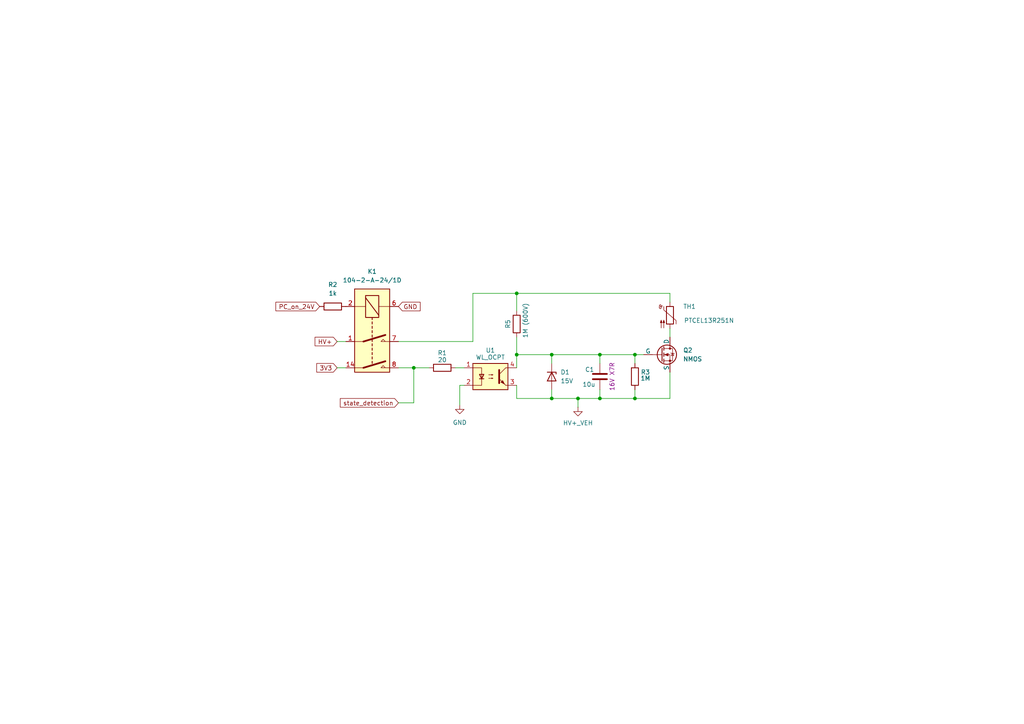
<source format=kicad_sch>
(kicad_sch
	(version 20231120)
	(generator "eeschema")
	(generator_version "8.0")
	(uuid "ab3adbd4-6086-4416-bada-760da338c591")
	(paper "A4")
	(lib_symbols
		(symbol "Device:C"
			(pin_numbers hide)
			(pin_names
				(offset 0.254)
			)
			(exclude_from_sim no)
			(in_bom yes)
			(on_board yes)
			(property "Reference" "C"
				(at 0.635 2.54 0)
				(effects
					(font
						(size 1.27 1.27)
					)
					(justify left)
				)
			)
			(property "Value" "C"
				(at 0.635 -2.54 0)
				(effects
					(font
						(size 1.27 1.27)
					)
					(justify left)
				)
			)
			(property "Footprint" ""
				(at 0.9652 -3.81 0)
				(effects
					(font
						(size 1.27 1.27)
					)
					(hide yes)
				)
			)
			(property "Datasheet" "~"
				(at 0 0 0)
				(effects
					(font
						(size 1.27 1.27)
					)
					(hide yes)
				)
			)
			(property "Description" "Unpolarized capacitor"
				(at 0 0 0)
				(effects
					(font
						(size 1.27 1.27)
					)
					(hide yes)
				)
			)
			(property "ki_keywords" "cap capacitor"
				(at 0 0 0)
				(effects
					(font
						(size 1.27 1.27)
					)
					(hide yes)
				)
			)
			(property "ki_fp_filters" "C_*"
				(at 0 0 0)
				(effects
					(font
						(size 1.27 1.27)
					)
					(hide yes)
				)
			)
			(symbol "C_0_1"
				(polyline
					(pts
						(xy -2.032 -0.762) (xy 2.032 -0.762)
					)
					(stroke
						(width 0.508)
						(type default)
					)
					(fill
						(type none)
					)
				)
				(polyline
					(pts
						(xy -2.032 0.762) (xy 2.032 0.762)
					)
					(stroke
						(width 0.508)
						(type default)
					)
					(fill
						(type none)
					)
				)
			)
			(symbol "C_1_1"
				(pin passive line
					(at 0 3.81 270)
					(length 2.794)
					(name "~"
						(effects
							(font
								(size 1.27 1.27)
							)
						)
					)
					(number "1"
						(effects
							(font
								(size 1.27 1.27)
							)
						)
					)
				)
				(pin passive line
					(at 0 -3.81 90)
					(length 2.794)
					(name "~"
						(effects
							(font
								(size 1.27 1.27)
							)
						)
					)
					(number "2"
						(effects
							(font
								(size 1.27 1.27)
							)
						)
					)
				)
			)
		)
		(symbol "Device:D_Zener"
			(pin_numbers hide)
			(pin_names
				(offset 1.016) hide)
			(exclude_from_sim no)
			(in_bom yes)
			(on_board yes)
			(property "Reference" "D"
				(at 0 2.54 0)
				(effects
					(font
						(size 1.27 1.27)
					)
				)
			)
			(property "Value" "D_Zener"
				(at 0 -2.54 0)
				(effects
					(font
						(size 1.27 1.27)
					)
				)
			)
			(property "Footprint" ""
				(at 0 0 0)
				(effects
					(font
						(size 1.27 1.27)
					)
					(hide yes)
				)
			)
			(property "Datasheet" "~"
				(at 0 0 0)
				(effects
					(font
						(size 1.27 1.27)
					)
					(hide yes)
				)
			)
			(property "Description" "Zener diode"
				(at 0 0 0)
				(effects
					(font
						(size 1.27 1.27)
					)
					(hide yes)
				)
			)
			(property "ki_keywords" "diode"
				(at 0 0 0)
				(effects
					(font
						(size 1.27 1.27)
					)
					(hide yes)
				)
			)
			(property "ki_fp_filters" "TO-???* *_Diode_* *SingleDiode* D_*"
				(at 0 0 0)
				(effects
					(font
						(size 1.27 1.27)
					)
					(hide yes)
				)
			)
			(symbol "D_Zener_0_1"
				(polyline
					(pts
						(xy 1.27 0) (xy -1.27 0)
					)
					(stroke
						(width 0)
						(type default)
					)
					(fill
						(type none)
					)
				)
				(polyline
					(pts
						(xy -1.27 -1.27) (xy -1.27 1.27) (xy -0.762 1.27)
					)
					(stroke
						(width 0.254)
						(type default)
					)
					(fill
						(type none)
					)
				)
				(polyline
					(pts
						(xy 1.27 -1.27) (xy 1.27 1.27) (xy -1.27 0) (xy 1.27 -1.27)
					)
					(stroke
						(width 0.254)
						(type default)
					)
					(fill
						(type none)
					)
				)
			)
			(symbol "D_Zener_1_1"
				(pin passive line
					(at -3.81 0 0)
					(length 2.54)
					(name "K"
						(effects
							(font
								(size 1.27 1.27)
							)
						)
					)
					(number "1"
						(effects
							(font
								(size 1.27 1.27)
							)
						)
					)
				)
				(pin passive line
					(at 3.81 0 180)
					(length 2.54)
					(name "A"
						(effects
							(font
								(size 1.27 1.27)
							)
						)
					)
					(number "2"
						(effects
							(font
								(size 1.27 1.27)
							)
						)
					)
				)
			)
		)
		(symbol "Device:R"
			(pin_numbers hide)
			(pin_names
				(offset 0)
			)
			(exclude_from_sim no)
			(in_bom yes)
			(on_board yes)
			(property "Reference" "R"
				(at 2.032 0 90)
				(effects
					(font
						(size 1.27 1.27)
					)
				)
			)
			(property "Value" "R"
				(at 0 0 90)
				(effects
					(font
						(size 1.27 1.27)
					)
				)
			)
			(property "Footprint" ""
				(at -1.778 0 90)
				(effects
					(font
						(size 1.27 1.27)
					)
					(hide yes)
				)
			)
			(property "Datasheet" "~"
				(at 0 0 0)
				(effects
					(font
						(size 1.27 1.27)
					)
					(hide yes)
				)
			)
			(property "Description" "Resistor"
				(at 0 0 0)
				(effects
					(font
						(size 1.27 1.27)
					)
					(hide yes)
				)
			)
			(property "ki_keywords" "R res resistor"
				(at 0 0 0)
				(effects
					(font
						(size 1.27 1.27)
					)
					(hide yes)
				)
			)
			(property "ki_fp_filters" "R_*"
				(at 0 0 0)
				(effects
					(font
						(size 1.27 1.27)
					)
					(hide yes)
				)
			)
			(symbol "R_0_1"
				(rectangle
					(start -1.016 -2.54)
					(end 1.016 2.54)
					(stroke
						(width 0.254)
						(type default)
					)
					(fill
						(type none)
					)
				)
			)
			(symbol "R_1_1"
				(pin passive line
					(at 0 3.81 270)
					(length 1.27)
					(name "~"
						(effects
							(font
								(size 1.27 1.27)
							)
						)
					)
					(number "1"
						(effects
							(font
								(size 1.27 1.27)
							)
						)
					)
				)
				(pin passive line
					(at 0 -3.81 90)
					(length 1.27)
					(name "~"
						(effects
							(font
								(size 1.27 1.27)
							)
						)
					)
					(number "2"
						(effects
							(font
								(size 1.27 1.27)
							)
						)
					)
				)
			)
		)
		(symbol "Device:Thermistor_PTC"
			(pin_numbers hide)
			(pin_names
				(offset 0)
			)
			(exclude_from_sim no)
			(in_bom yes)
			(on_board yes)
			(property "Reference" "TH"
				(at -4.064 0 90)
				(effects
					(font
						(size 1.27 1.27)
					)
				)
			)
			(property "Value" "Thermistor_PTC"
				(at 3.048 0 90)
				(effects
					(font
						(size 1.27 1.27)
					)
				)
			)
			(property "Footprint" ""
				(at 1.27 -5.08 0)
				(effects
					(font
						(size 1.27 1.27)
					)
					(justify left)
					(hide yes)
				)
			)
			(property "Datasheet" "~"
				(at 0 0 0)
				(effects
					(font
						(size 1.27 1.27)
					)
					(hide yes)
				)
			)
			(property "Description" "Temperature dependent resistor, positive temperature coefficient"
				(at 0 0 0)
				(effects
					(font
						(size 1.27 1.27)
					)
					(hide yes)
				)
			)
			(property "ki_keywords" "resistor PTC thermistor sensor RTD"
				(at 0 0 0)
				(effects
					(font
						(size 1.27 1.27)
					)
					(hide yes)
				)
			)
			(property "ki_fp_filters" "*PTC* *Thermistor* PIN?ARRAY* bornier* *Terminal?Block* R_*"
				(at 0 0 0)
				(effects
					(font
						(size 1.27 1.27)
					)
					(hide yes)
				)
			)
			(symbol "Thermistor_PTC_0_1"
				(arc
					(start -3.048 2.159)
					(mid -3.0495 2.3143)
					(end -3.175 2.413)
					(stroke
						(width 0)
						(type default)
					)
					(fill
						(type none)
					)
				)
				(arc
					(start -3.048 2.159)
					(mid -2.9736 1.9794)
					(end -2.794 1.905)
					(stroke
						(width 0)
						(type default)
					)
					(fill
						(type none)
					)
				)
				(arc
					(start -3.048 2.794)
					(mid -2.9736 2.6144)
					(end -2.794 2.54)
					(stroke
						(width 0)
						(type default)
					)
					(fill
						(type none)
					)
				)
				(arc
					(start -2.794 1.905)
					(mid -2.6144 1.9794)
					(end -2.54 2.159)
					(stroke
						(width 0)
						(type default)
					)
					(fill
						(type none)
					)
				)
				(arc
					(start -2.794 2.54)
					(mid -2.4393 2.5587)
					(end -2.159 2.794)
					(stroke
						(width 0)
						(type default)
					)
					(fill
						(type none)
					)
				)
				(arc
					(start -2.794 3.048)
					(mid -2.9736 2.9736)
					(end -3.048 2.794)
					(stroke
						(width 0)
						(type default)
					)
					(fill
						(type none)
					)
				)
				(arc
					(start -2.54 2.794)
					(mid -2.6144 2.9736)
					(end -2.794 3.048)
					(stroke
						(width 0)
						(type default)
					)
					(fill
						(type none)
					)
				)
				(rectangle
					(start -1.016 2.54)
					(end 1.016 -2.54)
					(stroke
						(width 0.254)
						(type default)
					)
					(fill
						(type none)
					)
				)
				(polyline
					(pts
						(xy -2.54 2.159) (xy -2.54 2.794)
					)
					(stroke
						(width 0)
						(type default)
					)
					(fill
						(type none)
					)
				)
				(polyline
					(pts
						(xy -1.778 2.54) (xy -1.778 1.524) (xy 1.778 -1.524) (xy 1.778 -2.54)
					)
					(stroke
						(width 0)
						(type default)
					)
					(fill
						(type none)
					)
				)
				(polyline
					(pts
						(xy -2.54 -3.683) (xy -2.54 -1.397) (xy -2.794 -2.159) (xy -2.286 -2.159) (xy -2.54 -1.397) (xy -2.54 -1.651)
					)
					(stroke
						(width 0)
						(type default)
					)
					(fill
						(type outline)
					)
				)
				(polyline
					(pts
						(xy -1.778 -3.683) (xy -1.778 -1.397) (xy -2.032 -2.159) (xy -1.524 -2.159) (xy -1.778 -1.397)
						(xy -1.778 -1.651)
					)
					(stroke
						(width 0)
						(type default)
					)
					(fill
						(type outline)
					)
				)
			)
			(symbol "Thermistor_PTC_1_1"
				(pin passive line
					(at 0 3.81 270)
					(length 1.27)
					(name "~"
						(effects
							(font
								(size 1.27 1.27)
							)
						)
					)
					(number "1"
						(effects
							(font
								(size 1.27 1.27)
							)
						)
					)
				)
				(pin passive line
					(at 0 -3.81 90)
					(length 1.27)
					(name "~"
						(effects
							(font
								(size 1.27 1.27)
							)
						)
					)
					(number "2"
						(effects
							(font
								(size 1.27 1.27)
							)
						)
					)
				)
			)
		)
		(symbol "Isolator:FODM217A"
			(exclude_from_sim no)
			(in_bom yes)
			(on_board yes)
			(property "Reference" "U4"
				(at 1.27 7.62 0)
				(effects
					(font
						(size 1.27 1.27)
					)
				)
			)
			(property "Value" "WL_OCDA"
				(at 1.27 5.588 0)
				(effects
					(font
						(size 1.27 1.27)
					)
				)
			)
			(property "Footprint" "Package_SO:SOP-4_4.4x2.6mm_P1.27mm"
				(at 0 -5.08 0)
				(effects
					(font
						(size 1.27 1.27)
						(italic yes)
					)
					(hide yes)
				)
			)
			(property "Datasheet" ""
				(at 0 0 0)
				(effects
					(font
						(size 1.27 1.27)
					)
					(justify left)
					(hide yes)
				)
			)
			(property "Description" "141352145000"
				(at 0 0 0)
				(effects
					(font
						(size 1.27 1.27)
					)
					(hide yes)
				)
			)
			(property "ki_keywords" "DC Phototransistor Optocoupler"
				(at 0 0 0)
				(effects
					(font
						(size 1.27 1.27)
					)
					(hide yes)
				)
			)
			(property "ki_fp_filters" "SOP*4.4x2.6mm*P1.27mm*"
				(at 0 0 0)
				(effects
					(font
						(size 1.27 1.27)
					)
					(hide yes)
				)
			)
			(symbol "FODM217A_0_1"
				(rectangle
					(start -5.08 3.81)
					(end 5.08 -3.81)
					(stroke
						(width 0.254)
						(type default)
					)
					(fill
						(type background)
					)
				)
				(polyline
					(pts
						(xy -3.175 -0.635) (xy -1.905 -0.635)
					)
					(stroke
						(width 0.254)
						(type default)
					)
					(fill
						(type none)
					)
				)
				(polyline
					(pts
						(xy 2.54 0.635) (xy 4.445 2.54)
					)
					(stroke
						(width 0)
						(type default)
					)
					(fill
						(type none)
					)
				)
				(polyline
					(pts
						(xy 4.445 -2.54) (xy 2.54 -0.635)
					)
					(stroke
						(width 0)
						(type default)
					)
					(fill
						(type outline)
					)
				)
				(polyline
					(pts
						(xy 4.445 -2.54) (xy 5.08 -2.54)
					)
					(stroke
						(width 0)
						(type default)
					)
					(fill
						(type none)
					)
				)
				(polyline
					(pts
						(xy 4.445 2.54) (xy 5.08 2.54)
					)
					(stroke
						(width 0)
						(type default)
					)
					(fill
						(type none)
					)
				)
				(polyline
					(pts
						(xy -5.08 2.54) (xy -2.54 2.54) (xy -2.54 -0.635)
					)
					(stroke
						(width 0)
						(type default)
					)
					(fill
						(type none)
					)
				)
				(polyline
					(pts
						(xy -2.54 -0.635) (xy -2.54 -2.54) (xy -5.08 -2.54)
					)
					(stroke
						(width 0)
						(type default)
					)
					(fill
						(type none)
					)
				)
				(polyline
					(pts
						(xy 2.54 1.905) (xy 2.54 -1.905) (xy 2.54 -1.905)
					)
					(stroke
						(width 0.508)
						(type default)
					)
					(fill
						(type none)
					)
				)
				(polyline
					(pts
						(xy -2.54 -0.635) (xy -3.175 0.635) (xy -1.905 0.635) (xy -2.54 -0.635)
					)
					(stroke
						(width 0.254)
						(type default)
					)
					(fill
						(type none)
					)
				)
				(polyline
					(pts
						(xy -0.508 -0.508) (xy 0.762 -0.508) (xy 0.381 -0.635) (xy 0.381 -0.381) (xy 0.762 -0.508)
					)
					(stroke
						(width 0)
						(type default)
					)
					(fill
						(type none)
					)
				)
				(polyline
					(pts
						(xy -0.508 0.508) (xy 0.762 0.508) (xy 0.381 0.381) (xy 0.381 0.635) (xy 0.762 0.508)
					)
					(stroke
						(width 0)
						(type default)
					)
					(fill
						(type none)
					)
				)
				(polyline
					(pts
						(xy 3.048 -1.651) (xy 3.556 -1.143) (xy 4.064 -2.159) (xy 3.048 -1.651) (xy 3.048 -1.651)
					)
					(stroke
						(width 0)
						(type default)
					)
					(fill
						(type outline)
					)
				)
			)
			(symbol "FODM217A_1_1"
				(pin passive line
					(at -7.62 2.54 0)
					(length 2.54)
					(name "~"
						(effects
							(font
								(size 1.27 1.27)
							)
						)
					)
					(number "1"
						(effects
							(font
								(size 1.27 1.27)
							)
						)
					)
				)
				(pin passive line
					(at -7.62 -2.54 0)
					(length 2.54)
					(name "~"
						(effects
							(font
								(size 1.27 1.27)
							)
						)
					)
					(number "2"
						(effects
							(font
								(size 1.27 1.27)
							)
						)
					)
				)
				(pin passive line
					(at 7.62 -2.54 180)
					(length 2.54)
					(name "~"
						(effects
							(font
								(size 1.27 1.27)
							)
						)
					)
					(number "3"
						(effects
							(font
								(size 1.27 1.27)
							)
						)
					)
				)
				(pin passive line
					(at 7.62 2.54 180)
					(length 2.54)
					(name "~"
						(effects
							(font
								(size 1.27 1.27)
							)
						)
					)
					(number "4"
						(effects
							(font
								(size 1.27 1.27)
							)
						)
					)
				)
			)
		)
		(symbol "Relay:DIPxx-2Axx-21x"
			(exclude_from_sim no)
			(in_bom yes)
			(on_board yes)
			(property "Reference" "K"
				(at 12.7 3.81 0)
				(effects
					(font
						(size 1.27 1.27)
					)
					(justify left)
				)
			)
			(property "Value" "DIPxx-2Axx-21x"
				(at 12.7 1.27 0)
				(effects
					(font
						(size 1.27 1.27)
					)
					(justify left)
				)
			)
			(property "Footprint" "Relay_THT:Relay_StandexMeder_DIP_LowProfile"
				(at 12.7 -1.27 0)
				(effects
					(font
						(size 1.27 1.27)
					)
					(justify left)
					(hide yes)
				)
			)
			(property "Datasheet" "https://standexelectronics.com/wp-content/uploads/datasheet_reed_relay_DIP.pdf"
				(at 0 0 0)
				(effects
					(font
						(size 1.27 1.27)
					)
					(hide yes)
				)
			)
			(property "Description" "Standex Meder DIP reed relay, DPST, Closing Contacts"
				(at 0 0 0)
				(effects
					(font
						(size 1.27 1.27)
					)
					(hide yes)
				)
			)
			(property "ki_keywords" "Single Pole Reed Relay DPST"
				(at 0 0 0)
				(effects
					(font
						(size 1.27 1.27)
					)
					(hide yes)
				)
			)
			(property "ki_fp_filters" "Relay*StandexMeder*DIP*LowProfile*"
				(at 0 0 0)
				(effects
					(font
						(size 1.27 1.27)
					)
					(hide yes)
				)
			)
			(symbol "DIPxx-2Axx-21x_0_0"
				(polyline
					(pts
						(xy 2.54 5.08) (xy 2.54 2.54) (xy 1.905 3.175) (xy 2.54 3.81)
					)
					(stroke
						(width 0)
						(type default)
					)
					(fill
						(type none)
					)
				)
				(polyline
					(pts
						(xy 10.16 5.08) (xy 10.16 2.54) (xy 9.525 3.175) (xy 10.16 3.81)
					)
					(stroke
						(width 0)
						(type default)
					)
					(fill
						(type none)
					)
				)
			)
			(symbol "DIPxx-2Axx-21x_0_1"
				(rectangle
					(start -12.7 5.08)
					(end 11.43 -5.08)
					(stroke
						(width 0.254)
						(type default)
					)
					(fill
						(type background)
					)
				)
				(rectangle
					(start -10.795 1.905)
					(end -4.445 -1.905)
					(stroke
						(width 0.254)
						(type default)
					)
					(fill
						(type none)
					)
				)
				(polyline
					(pts
						(xy -10.16 -1.905) (xy -5.08 1.905)
					)
					(stroke
						(width 0.254)
						(type default)
					)
					(fill
						(type none)
					)
				)
				(polyline
					(pts
						(xy -7.62 -5.08) (xy -7.62 -1.905)
					)
					(stroke
						(width 0)
						(type default)
					)
					(fill
						(type none)
					)
				)
				(polyline
					(pts
						(xy -7.62 5.08) (xy -7.62 1.905)
					)
					(stroke
						(width 0)
						(type default)
					)
					(fill
						(type none)
					)
				)
				(polyline
					(pts
						(xy -4.445 0) (xy -3.81 0)
					)
					(stroke
						(width 0.254)
						(type default)
					)
					(fill
						(type none)
					)
				)
				(polyline
					(pts
						(xy -3.175 0) (xy -2.54 0)
					)
					(stroke
						(width 0.254)
						(type default)
					)
					(fill
						(type none)
					)
				)
				(polyline
					(pts
						(xy -1.905 0) (xy -1.27 0)
					)
					(stroke
						(width 0.254)
						(type default)
					)
					(fill
						(type none)
					)
				)
				(polyline
					(pts
						(xy -0.635 0) (xy 0 0)
					)
					(stroke
						(width 0.254)
						(type default)
					)
					(fill
						(type none)
					)
				)
				(polyline
					(pts
						(xy 0.635 0) (xy 1.27 0)
					)
					(stroke
						(width 0.254)
						(type default)
					)
					(fill
						(type none)
					)
				)
				(polyline
					(pts
						(xy 1.905 0) (xy 2.54 0)
					)
					(stroke
						(width 0.254)
						(type default)
					)
					(fill
						(type none)
					)
				)
				(polyline
					(pts
						(xy 2.54 -2.54) (xy 0.635 3.81)
					)
					(stroke
						(width 0.508)
						(type default)
					)
					(fill
						(type none)
					)
				)
				(polyline
					(pts
						(xy 2.54 -2.54) (xy 2.54 -5.08)
					)
					(stroke
						(width 0)
						(type default)
					)
					(fill
						(type none)
					)
				)
				(polyline
					(pts
						(xy 3.175 0) (xy 3.81 0)
					)
					(stroke
						(width 0.254)
						(type default)
					)
					(fill
						(type none)
					)
				)
				(polyline
					(pts
						(xy 4.445 0) (xy 5.08 0)
					)
					(stroke
						(width 0.254)
						(type default)
					)
					(fill
						(type none)
					)
				)
				(polyline
					(pts
						(xy 5.715 0) (xy 6.35 0)
					)
					(stroke
						(width 0.254)
						(type default)
					)
					(fill
						(type none)
					)
				)
				(polyline
					(pts
						(xy 6.985 0) (xy 7.62 0)
					)
					(stroke
						(width 0.254)
						(type default)
					)
					(fill
						(type none)
					)
				)
				(polyline
					(pts
						(xy 8.255 0) (xy 8.89 0)
					)
					(stroke
						(width 0.254)
						(type default)
					)
					(fill
						(type none)
					)
				)
				(polyline
					(pts
						(xy 10.16 -2.54) (xy 8.255 3.81)
					)
					(stroke
						(width 0.508)
						(type default)
					)
					(fill
						(type none)
					)
				)
				(polyline
					(pts
						(xy 10.16 -2.54) (xy 10.16 -5.08)
					)
					(stroke
						(width 0)
						(type default)
					)
					(fill
						(type none)
					)
				)
			)
			(symbol "DIPxx-2Axx-21x_1_1"
				(pin passive line
					(at 2.54 -7.62 90)
					(length 2.54)
					(name "~"
						(effects
							(font
								(size 1.27 1.27)
							)
						)
					)
					(number "1"
						(effects
							(font
								(size 1.27 1.27)
							)
						)
					)
				)
				(pin passive line
					(at 10.16 -7.62 90)
					(length 2.54)
					(name "~"
						(effects
							(font
								(size 1.27 1.27)
							)
						)
					)
					(number "14"
						(effects
							(font
								(size 1.27 1.27)
							)
						)
					)
				)
				(pin passive line
					(at -7.62 -7.62 90)
					(length 2.54)
					(name "~"
						(effects
							(font
								(size 1.27 1.27)
							)
						)
					)
					(number "2"
						(effects
							(font
								(size 1.27 1.27)
							)
						)
					)
				)
				(pin passive line
					(at -7.62 7.62 270)
					(length 2.54)
					(name "~"
						(effects
							(font
								(size 1.27 1.27)
							)
						)
					)
					(number "6"
						(effects
							(font
								(size 1.27 1.27)
							)
						)
					)
				)
				(pin passive line
					(at 2.54 7.62 270)
					(length 2.54)
					(name "~"
						(effects
							(font
								(size 1.27 1.27)
							)
						)
					)
					(number "7"
						(effects
							(font
								(size 1.27 1.27)
							)
						)
					)
				)
				(pin passive line
					(at 10.16 7.62 270)
					(length 2.54)
					(name "~"
						(effects
							(font
								(size 1.27 1.27)
							)
						)
					)
					(number "8"
						(effects
							(font
								(size 1.27 1.27)
							)
						)
					)
				)
			)
		)
		(symbol "Simulation_SPICE:NMOS"
			(pin_numbers hide)
			(pin_names
				(offset 0)
			)
			(exclude_from_sim no)
			(in_bom yes)
			(on_board yes)
			(property "Reference" "Q"
				(at 5.08 1.27 0)
				(effects
					(font
						(size 1.27 1.27)
					)
					(justify left)
				)
			)
			(property "Value" "NMOS"
				(at 5.08 -1.27 0)
				(effects
					(font
						(size 1.27 1.27)
					)
					(justify left)
				)
			)
			(property "Footprint" ""
				(at 5.08 2.54 0)
				(effects
					(font
						(size 1.27 1.27)
					)
					(hide yes)
				)
			)
			(property "Datasheet" "https://ngspice.sourceforge.io/docs/ngspice-html-manual/manual.xhtml#cha_MOSFETs"
				(at 0 -12.7 0)
				(effects
					(font
						(size 1.27 1.27)
					)
					(hide yes)
				)
			)
			(property "Description" "N-MOSFET transistor, drain/source/gate"
				(at 0 0 0)
				(effects
					(font
						(size 1.27 1.27)
					)
					(hide yes)
				)
			)
			(property "Sim.Device" "NMOS"
				(at 0 -17.145 0)
				(effects
					(font
						(size 1.27 1.27)
					)
					(hide yes)
				)
			)
			(property "Sim.Type" "VDMOS"
				(at 0 -19.05 0)
				(effects
					(font
						(size 1.27 1.27)
					)
					(hide yes)
				)
			)
			(property "Sim.Pins" "1=D 2=G 3=S"
				(at 0 -15.24 0)
				(effects
					(font
						(size 1.27 1.27)
					)
					(hide yes)
				)
			)
			(property "ki_keywords" "transistor NMOS N-MOS N-MOSFET simulation"
				(at 0 0 0)
				(effects
					(font
						(size 1.27 1.27)
					)
					(hide yes)
				)
			)
			(symbol "NMOS_0_1"
				(polyline
					(pts
						(xy 0.254 0) (xy -2.54 0)
					)
					(stroke
						(width 0)
						(type default)
					)
					(fill
						(type none)
					)
				)
				(polyline
					(pts
						(xy 0.254 1.905) (xy 0.254 -1.905)
					)
					(stroke
						(width 0.254)
						(type default)
					)
					(fill
						(type none)
					)
				)
				(polyline
					(pts
						(xy 0.762 -1.27) (xy 0.762 -2.286)
					)
					(stroke
						(width 0.254)
						(type default)
					)
					(fill
						(type none)
					)
				)
				(polyline
					(pts
						(xy 0.762 0.508) (xy 0.762 -0.508)
					)
					(stroke
						(width 0.254)
						(type default)
					)
					(fill
						(type none)
					)
				)
				(polyline
					(pts
						(xy 0.762 2.286) (xy 0.762 1.27)
					)
					(stroke
						(width 0.254)
						(type default)
					)
					(fill
						(type none)
					)
				)
				(polyline
					(pts
						(xy 2.54 2.54) (xy 2.54 1.778)
					)
					(stroke
						(width 0)
						(type default)
					)
					(fill
						(type none)
					)
				)
				(polyline
					(pts
						(xy 2.54 -2.54) (xy 2.54 0) (xy 0.762 0)
					)
					(stroke
						(width 0)
						(type default)
					)
					(fill
						(type none)
					)
				)
				(polyline
					(pts
						(xy 0.762 -1.778) (xy 3.302 -1.778) (xy 3.302 1.778) (xy 0.762 1.778)
					)
					(stroke
						(width 0)
						(type default)
					)
					(fill
						(type none)
					)
				)
				(polyline
					(pts
						(xy 1.016 0) (xy 2.032 0.381) (xy 2.032 -0.381) (xy 1.016 0)
					)
					(stroke
						(width 0)
						(type default)
					)
					(fill
						(type outline)
					)
				)
				(polyline
					(pts
						(xy 2.794 0.508) (xy 2.921 0.381) (xy 3.683 0.381) (xy 3.81 0.254)
					)
					(stroke
						(width 0)
						(type default)
					)
					(fill
						(type none)
					)
				)
				(polyline
					(pts
						(xy 3.302 0.381) (xy 2.921 -0.254) (xy 3.683 -0.254) (xy 3.302 0.381)
					)
					(stroke
						(width 0)
						(type default)
					)
					(fill
						(type none)
					)
				)
				(circle
					(center 1.651 0)
					(radius 2.794)
					(stroke
						(width 0.254)
						(type default)
					)
					(fill
						(type none)
					)
				)
				(circle
					(center 2.54 -1.778)
					(radius 0.254)
					(stroke
						(width 0)
						(type default)
					)
					(fill
						(type outline)
					)
				)
				(circle
					(center 2.54 1.778)
					(radius 0.254)
					(stroke
						(width 0)
						(type default)
					)
					(fill
						(type outline)
					)
				)
			)
			(symbol "NMOS_1_1"
				(pin passive line
					(at 2.54 5.08 270)
					(length 2.54)
					(name "D"
						(effects
							(font
								(size 1.27 1.27)
							)
						)
					)
					(number "1"
						(effects
							(font
								(size 1.27 1.27)
							)
						)
					)
				)
				(pin input line
					(at -5.08 0 0)
					(length 2.54)
					(name "G"
						(effects
							(font
								(size 1.27 1.27)
							)
						)
					)
					(number "2"
						(effects
							(font
								(size 1.27 1.27)
							)
						)
					)
				)
				(pin passive line
					(at 2.54 -5.08 90)
					(length 2.54)
					(name "S"
						(effects
							(font
								(size 1.27 1.27)
							)
						)
					)
					(number "3"
						(effects
							(font
								(size 1.27 1.27)
							)
						)
					)
				)
			)
		)
		(symbol "power:GND"
			(power)
			(pin_numbers hide)
			(pin_names
				(offset 0) hide)
			(exclude_from_sim no)
			(in_bom yes)
			(on_board yes)
			(property "Reference" "#PWR"
				(at 0 -6.35 0)
				(effects
					(font
						(size 1.27 1.27)
					)
					(hide yes)
				)
			)
			(property "Value" "GND"
				(at 0 -3.81 0)
				(effects
					(font
						(size 1.27 1.27)
					)
				)
			)
			(property "Footprint" ""
				(at 0 0 0)
				(effects
					(font
						(size 1.27 1.27)
					)
					(hide yes)
				)
			)
			(property "Datasheet" ""
				(at 0 0 0)
				(effects
					(font
						(size 1.27 1.27)
					)
					(hide yes)
				)
			)
			(property "Description" "Power symbol creates a global label with name \"GND\" , ground"
				(at 0 0 0)
				(effects
					(font
						(size 1.27 1.27)
					)
					(hide yes)
				)
			)
			(property "ki_keywords" "global power"
				(at 0 0 0)
				(effects
					(font
						(size 1.27 1.27)
					)
					(hide yes)
				)
			)
			(symbol "GND_0_1"
				(polyline
					(pts
						(xy 0 0) (xy 0 -1.27) (xy 1.27 -1.27) (xy 0 -2.54) (xy -1.27 -1.27) (xy 0 -1.27)
					)
					(stroke
						(width 0)
						(type default)
					)
					(fill
						(type none)
					)
				)
			)
			(symbol "GND_1_1"
				(pin power_in line
					(at 0 0 270)
					(length 0)
					(name "~"
						(effects
							(font
								(size 1.27 1.27)
							)
						)
					)
					(number "1"
						(effects
							(font
								(size 1.27 1.27)
							)
						)
					)
				)
			)
		)
	)
	(junction
		(at 184.15 102.87)
		(diameter 0)
		(color 0 0 0 0)
		(uuid "2baadf46-eb8c-43d4-b7b7-5ceb5ba6b3e3")
	)
	(junction
		(at 149.86 102.87)
		(diameter 0)
		(color 0 0 0 0)
		(uuid "2fb8ff7d-8252-49ed-aa12-9e17f4014f9e")
	)
	(junction
		(at 184.15 115.57)
		(diameter 0)
		(color 0 0 0 0)
		(uuid "31b28c39-6927-460f-96ee-84e92b4b68dc")
	)
	(junction
		(at 167.64 115.57)
		(diameter 0)
		(color 0 0 0 0)
		(uuid "7056a25a-a158-48ab-8e9c-d698077b1f42")
	)
	(junction
		(at 173.99 115.57)
		(diameter 0)
		(color 0 0 0 0)
		(uuid "86ba2c00-79f8-4479-aca2-25398b931ae8")
	)
	(junction
		(at 120.015 106.68)
		(diameter 0)
		(color 0 0 0 0)
		(uuid "89578870-a8c2-4911-a1f2-096a51f4ab16")
	)
	(junction
		(at 149.86 85.09)
		(diameter 0)
		(color 0 0 0 0)
		(uuid "895c60ca-15f9-4748-bd43-c7574fa095cb")
	)
	(junction
		(at 160.02 115.57)
		(diameter 0)
		(color 0 0 0 0)
		(uuid "dbc29249-75b0-487c-b45e-483970ee151d")
	)
	(junction
		(at 160.02 102.87)
		(diameter 0)
		(color 0 0 0 0)
		(uuid "fb6b054d-6d4a-46a1-bd29-28529202d1cf")
	)
	(junction
		(at 173.99 102.87)
		(diameter 0)
		(color 0 0 0 0)
		(uuid "fbba2ed0-dd5a-42b9-8412-252285e86daa")
	)
	(wire
		(pts
			(xy 149.86 115.57) (xy 160.02 115.57)
		)
		(stroke
			(width 0)
			(type default)
		)
		(uuid "025dbf3d-dbd6-42d8-96c7-a632ba6c86a2")
	)
	(wire
		(pts
			(xy 184.15 115.57) (xy 194.31 115.57)
		)
		(stroke
			(width 0)
			(type default)
		)
		(uuid "032d13f7-335e-49cf-8925-8f30fd1e7aa4")
	)
	(wire
		(pts
			(xy 149.86 85.09) (xy 149.86 90.17)
		)
		(stroke
			(width 0)
			(type default)
		)
		(uuid "03ae0f7b-f4b8-41cf-8585-46163dedefa4")
	)
	(wire
		(pts
			(xy 120.015 106.68) (xy 124.46 106.68)
		)
		(stroke
			(width 0)
			(type default)
		)
		(uuid "0b8deb4f-1779-4c4b-8114-1d6e1f5afdda")
	)
	(wire
		(pts
			(xy 133.35 111.76) (xy 134.62 111.76)
		)
		(stroke
			(width 0)
			(type default)
		)
		(uuid "0bf0dd94-5c4b-4502-b5fa-bc4a77961dd5")
	)
	(wire
		(pts
			(xy 120.015 116.84) (xy 120.015 106.68)
		)
		(stroke
			(width 0)
			(type default)
		)
		(uuid "0f5a3bf2-35b3-4f13-9f3c-6282fc63b0be")
	)
	(wire
		(pts
			(xy 97.79 99.06) (xy 100.33 99.06)
		)
		(stroke
			(width 0)
			(type default)
		)
		(uuid "22149e41-3dfa-4d2e-8e9a-17f8b2ed1581")
	)
	(wire
		(pts
			(xy 173.99 113.03) (xy 173.99 115.57)
		)
		(stroke
			(width 0)
			(type default)
		)
		(uuid "29589e3b-6cbc-4fc0-b715-12a14d6f74e9")
	)
	(wire
		(pts
			(xy 160.02 102.87) (xy 173.99 102.87)
		)
		(stroke
			(width 0)
			(type default)
		)
		(uuid "2a6db832-3c23-403a-9b31-7fb75acf2989")
	)
	(wire
		(pts
			(xy 149.86 102.87) (xy 160.02 102.87)
		)
		(stroke
			(width 0)
			(type default)
		)
		(uuid "30af6909-cb66-4c6a-b9d3-94622c4230ab")
	)
	(wire
		(pts
			(xy 167.64 115.57) (xy 167.64 118.11)
		)
		(stroke
			(width 0)
			(type default)
		)
		(uuid "3ae9aaf5-8ec7-4614-8817-b1a449fbfe19")
	)
	(wire
		(pts
			(xy 184.15 102.87) (xy 184.15 105.41)
		)
		(stroke
			(width 0)
			(type default)
		)
		(uuid "4556f675-df4e-46c4-a3e6-cef941aff718")
	)
	(wire
		(pts
			(xy 137.16 99.06) (xy 137.16 85.09)
		)
		(stroke
			(width 0)
			(type default)
		)
		(uuid "4863b292-5ef2-40c8-b613-5d1bb82b13f3")
	)
	(wire
		(pts
			(xy 115.57 106.68) (xy 120.015 106.68)
		)
		(stroke
			(width 0)
			(type default)
		)
		(uuid "4ca9e6f2-bdf0-4bb8-b959-8415a951b13d")
	)
	(wire
		(pts
			(xy 149.86 85.09) (xy 194.31 85.09)
		)
		(stroke
			(width 0)
			(type default)
		)
		(uuid "54b72699-f02f-4504-bfcc-210b603ee16b")
	)
	(wire
		(pts
			(xy 133.35 117.475) (xy 133.35 111.76)
		)
		(stroke
			(width 0)
			(type default)
		)
		(uuid "62d5f630-435e-4dd2-96b5-020ebf64977d")
	)
	(wire
		(pts
			(xy 173.99 102.87) (xy 173.99 105.41)
		)
		(stroke
			(width 0)
			(type default)
		)
		(uuid "7461d3e9-b65f-4f2b-902a-01ee4ed3a6e3")
	)
	(wire
		(pts
			(xy 160.02 115.57) (xy 167.64 115.57)
		)
		(stroke
			(width 0)
			(type default)
		)
		(uuid "7cd71a66-683d-44b7-9c8c-bf95e5e1d557")
	)
	(wire
		(pts
			(xy 173.99 102.87) (xy 184.15 102.87)
		)
		(stroke
			(width 0)
			(type default)
		)
		(uuid "86b6163a-33b9-471c-a463-44131336de42")
	)
	(wire
		(pts
			(xy 149.86 106.68) (xy 149.86 102.87)
		)
		(stroke
			(width 0)
			(type default)
		)
		(uuid "8d2d7dc7-3a9c-4ddf-83ac-28c3887d862a")
	)
	(wire
		(pts
			(xy 194.31 85.09) (xy 194.31 87.63)
		)
		(stroke
			(width 0)
			(type default)
		)
		(uuid "9d74a1db-8fbf-4427-b633-de16f1a015cc")
	)
	(wire
		(pts
			(xy 149.86 111.76) (xy 149.86 115.57)
		)
		(stroke
			(width 0)
			(type default)
		)
		(uuid "9fb55fe1-142c-49d1-9755-cf1928cd8a1e")
	)
	(wire
		(pts
			(xy 184.15 113.03) (xy 184.15 115.57)
		)
		(stroke
			(width 0)
			(type default)
		)
		(uuid "9fbf6250-86f1-4b32-a33e-7e2d7ffbd61c")
	)
	(wire
		(pts
			(xy 115.57 116.84) (xy 120.015 116.84)
		)
		(stroke
			(width 0)
			(type default)
		)
		(uuid "a52f5b29-45f5-48a6-a46a-9e35ed047542")
	)
	(wire
		(pts
			(xy 160.02 113.03) (xy 160.02 115.57)
		)
		(stroke
			(width 0)
			(type default)
		)
		(uuid "b06b1f73-e30b-4dc4-bc77-54a28aa52ae8")
	)
	(wire
		(pts
			(xy 115.57 99.06) (xy 137.16 99.06)
		)
		(stroke
			(width 0)
			(type default)
		)
		(uuid "b1874da0-71a4-4a1b-8841-38213c7372d2")
	)
	(wire
		(pts
			(xy 149.86 97.79) (xy 149.86 102.87)
		)
		(stroke
			(width 0)
			(type default)
		)
		(uuid "b37100ea-096f-4b03-aaef-7e9c7f9a0ee0")
	)
	(wire
		(pts
			(xy 194.31 95.25) (xy 194.31 97.79)
		)
		(stroke
			(width 0)
			(type default)
		)
		(uuid "b5c9bd34-0659-4b0e-93f7-7831b877a96e")
	)
	(wire
		(pts
			(xy 160.02 102.87) (xy 160.02 105.41)
		)
		(stroke
			(width 0)
			(type default)
		)
		(uuid "b7a3a8d4-f28f-46a3-8659-9bc05487b336")
	)
	(wire
		(pts
			(xy 167.64 115.57) (xy 173.99 115.57)
		)
		(stroke
			(width 0)
			(type default)
		)
		(uuid "b9145e7e-50a6-44b6-a832-a9b102874b5c")
	)
	(wire
		(pts
			(xy 132.08 106.68) (xy 134.62 106.68)
		)
		(stroke
			(width 0)
			(type default)
		)
		(uuid "d1286279-0801-4231-a421-bd556d5bb819")
	)
	(wire
		(pts
			(xy 173.99 115.57) (xy 184.15 115.57)
		)
		(stroke
			(width 0)
			(type default)
		)
		(uuid "d3e9bf3b-60b7-42eb-99a0-04d69230ea52")
	)
	(wire
		(pts
			(xy 137.16 85.09) (xy 149.86 85.09)
		)
		(stroke
			(width 0)
			(type default)
		)
		(uuid "e717f92f-b397-4930-9c00-ffafb2ab4d61")
	)
	(wire
		(pts
			(xy 184.15 102.87) (xy 186.69 102.87)
		)
		(stroke
			(width 0)
			(type default)
		)
		(uuid "eecdadf9-dfa5-450c-aabe-918a64f6ebe9")
	)
	(wire
		(pts
			(xy 97.79 106.68) (xy 100.33 106.68)
		)
		(stroke
			(width 0)
			(type default)
		)
		(uuid "f3989845-9671-4b00-a25f-349f5cd834cb")
	)
	(wire
		(pts
			(xy 194.31 107.95) (xy 194.31 115.57)
		)
		(stroke
			(width 0)
			(type default)
		)
		(uuid "fed81e5f-7e5d-491f-83b9-aeca32755b26")
	)
	(global_label "state_detection"
		(shape input)
		(at 115.57 116.84 180)
		(fields_autoplaced yes)
		(effects
			(font
				(size 1.27 1.27)
			)
			(justify right)
		)
		(uuid "08f957b9-0783-4abc-b96a-7e25a54b30bc")
		(property "Intersheetrefs" "${INTERSHEET_REFS}"
			(at 98.1311 116.84 0)
			(effects
				(font
					(size 1.27 1.27)
				)
				(justify right)
				(hide yes)
			)
		)
	)
	(global_label "HV+"
		(shape input)
		(at 97.79 99.06 180)
		(fields_autoplaced yes)
		(effects
			(font
				(size 1.27 1.27)
			)
			(justify right)
		)
		(uuid "5679d3b1-f3ec-409f-97a7-9cdea013dfb0")
		(property "Intersheetrefs" "${INTERSHEET_REFS}"
			(at 90.8133 99.06 0)
			(effects
				(font
					(size 1.27 1.27)
				)
				(justify right)
				(hide yes)
			)
		)
	)
	(global_label "GND"
		(shape input)
		(at 115.57 88.9 0)
		(fields_autoplaced yes)
		(effects
			(font
				(size 1.27 1.27)
			)
			(justify left)
		)
		(uuid "9ffcedcd-feb1-42ec-bf80-fcd42ae433e9")
		(property "Intersheetrefs" "${INTERSHEET_REFS}"
			(at 122.4257 88.9 0)
			(effects
				(font
					(size 1.27 1.27)
				)
				(justify left)
				(hide yes)
			)
		)
	)
	(global_label "PC_on_24V"
		(shape input)
		(at 92.71 88.9 180)
		(fields_autoplaced yes)
		(effects
			(font
				(size 1.27 1.27)
			)
			(justify right)
		)
		(uuid "e292837e-6aed-43cf-8a60-da49e54bddc0")
		(property "Intersheetrefs" "${INTERSHEET_REFS}"
			(at 79.444 88.9 0)
			(effects
				(font
					(size 1.27 1.27)
				)
				(justify right)
				(hide yes)
			)
		)
	)
	(global_label "3V3"
		(shape input)
		(at 97.79 106.68 180)
		(fields_autoplaced yes)
		(effects
			(font
				(size 1.27 1.27)
			)
			(justify right)
		)
		(uuid "faa0a047-8225-4ffa-9d40-67c934bf8cff")
		(property "Intersheetrefs" "${INTERSHEET_REFS}"
			(at 91.2972 106.68 0)
			(effects
				(font
					(size 1.27 1.27)
				)
				(justify right)
				(hide yes)
			)
		)
	)
	(symbol
		(lib_id "Device:R")
		(at 128.27 106.68 90)
		(unit 1)
		(exclude_from_sim no)
		(in_bom yes)
		(on_board yes)
		(dnp no)
		(uuid "14b782f4-c411-4412-ae0a-6cb54dfd24d7")
		(property "Reference" "R1"
			(at 128.27 102.362 90)
			(effects
				(font
					(size 1.27 1.27)
				)
			)
		)
		(property "Value" "20"
			(at 128.27 104.394 90)
			(effects
				(font
					(size 1.27 1.27)
				)
			)
		)
		(property "Footprint" "Resistor_SMD:R_0603_1608Metric"
			(at 128.27 108.458 90)
			(effects
				(font
					(size 1.27 1.27)
				)
				(hide yes)
			)
		)
		(property "Datasheet" "~"
			(at 128.27 106.68 0)
			(effects
				(font
					(size 1.27 1.27)
				)
				(hide yes)
			)
		)
		(property "Description" ""
			(at 128.27 106.68 0)
			(effects
				(font
					(size 1.27 1.27)
				)
				(hide yes)
			)
		)
		(pin "1"
			(uuid "f2447455-bd95-47cc-981c-75c7fede8e6e")
		)
		(pin "2"
			(uuid "8809bc78-e204-4ed5-97a9-0651799afe7f")
		)
		(instances
			(project "precharge circuit"
				(path "/ab3adbd4-6086-4416-bada-760da338c591"
					(reference "R1")
					(unit 1)
				)
			)
		)
	)
	(symbol
		(lib_id "Device:C")
		(at 173.99 109.22 0)
		(unit 1)
		(exclude_from_sim no)
		(in_bom yes)
		(on_board yes)
		(dnp no)
		(uuid "23cb8a47-7d75-4826-a19a-0f8f10111b00")
		(property "Reference" "C1"
			(at 169.672 107.188 0)
			(effects
				(font
					(size 1.27 1.27)
				)
				(justify left)
			)
		)
		(property "Value" "10u"
			(at 168.91 111.506 0)
			(effects
				(font
					(size 1.27 1.27)
				)
				(justify left)
			)
		)
		(property "Footprint" "Capacitor_SMD:C_1210_3225Metric"
			(at 174.9552 113.03 0)
			(effects
				(font
					(size 1.27 1.27)
				)
				(hide yes)
			)
		)
		(property "Datasheet" "https://www.we-online.com/components/products/datasheet/885012209014.pdf"
			(at 173.99 109.22 0)
			(effects
				(font
					(size 1.27 1.27)
				)
				(hide yes)
			)
		)
		(property "Description" "Unpolarized capacitor"
			(at 173.99 109.22 0)
			(effects
				(font
					(size 1.27 1.27)
				)
				(hide yes)
			)
		)
		(property "Field5" "16V X7R"
			(at 177.546 109.22 90)
			(effects
				(font
					(size 1.27 1.27)
				)
			)
		)
		(pin "2"
			(uuid "df33e197-2bec-4abb-9240-1c9d8ce08ad3")
		)
		(pin "1"
			(uuid "f7fbb5a4-d1f2-4075-8e17-008c58101b1d")
		)
		(instances
			(project "precharge circuit"
				(path "/ab3adbd4-6086-4416-bada-760da338c591"
					(reference "C1")
					(unit 1)
				)
			)
		)
	)
	(symbol
		(lib_id "Device:D_Zener")
		(at 160.02 109.22 270)
		(unit 1)
		(exclude_from_sim no)
		(in_bom yes)
		(on_board yes)
		(dnp no)
		(fields_autoplaced yes)
		(uuid "3c422a8d-c1af-4e3e-ab3e-276efb041c1f")
		(property "Reference" "D1"
			(at 162.56 107.9499 90)
			(effects
				(font
					(size 1.27 1.27)
				)
				(justify left)
			)
		)
		(property "Value" "15V"
			(at 162.56 110.4899 90)
			(effects
				(font
					(size 1.27 1.27)
				)
				(justify left)
			)
		)
		(property "Footprint" ""
			(at 160.02 109.22 0)
			(effects
				(font
					(size 1.27 1.27)
				)
				(hide yes)
			)
		)
		(property "Datasheet" "~"
			(at 160.02 109.22 0)
			(effects
				(font
					(size 1.27 1.27)
				)
				(hide yes)
			)
		)
		(property "Description" "Zener diode"
			(at 160.02 109.22 0)
			(effects
				(font
					(size 1.27 1.27)
				)
				(hide yes)
			)
		)
		(pin "2"
			(uuid "93961065-225e-40c0-8677-27ad0561ca13")
		)
		(pin "1"
			(uuid "44be86b0-036e-4741-aaab-60f5c2ac8840")
		)
		(instances
			(project "precharge circuit"
				(path "/ab3adbd4-6086-4416-bada-760da338c591"
					(reference "D1")
					(unit 1)
				)
			)
		)
	)
	(symbol
		(lib_id "Device:R")
		(at 149.86 93.98 0)
		(unit 1)
		(exclude_from_sim no)
		(in_bom yes)
		(on_board yes)
		(dnp no)
		(uuid "548e59f0-ed11-4de2-ab22-cf26ce179ffa")
		(property "Reference" "R5"
			(at 147.32 93.98 90)
			(effects
				(font
					(size 1.27 1.27)
				)
			)
		)
		(property "Value" "1M (600V)"
			(at 152.4 92.964 90)
			(effects
				(font
					(size 1.27 1.27)
				)
			)
		)
		(property "Footprint" "Resistor_SMD:R_2010_5025Metric_Pad1.40x2.65mm_HandSolder"
			(at 148.082 93.98 90)
			(effects
				(font
					(size 1.27 1.27)
				)
				(hide yes)
			)
		)
		(property "Datasheet" "~"
			(at 149.86 93.98 0)
			(effects
				(font
					(size 1.27 1.27)
				)
				(hide yes)
			)
		)
		(property "Description" "Resistor"
			(at 149.86 93.98 0)
			(effects
				(font
					(size 1.27 1.27)
				)
				(hide yes)
			)
		)
		(pin "2"
			(uuid "d0e9ea99-1f24-4075-bc36-9b71d8705b5e")
		)
		(pin "1"
			(uuid "403824e5-277b-4912-9508-db69c7e43446")
		)
		(instances
			(project "precharge circuit"
				(path "/ab3adbd4-6086-4416-bada-760da338c591"
					(reference "R5")
					(unit 1)
				)
			)
		)
	)
	(symbol
		(lib_id "Isolator:FODM217A")
		(at 142.24 109.22 0)
		(unit 1)
		(exclude_from_sim no)
		(in_bom yes)
		(on_board yes)
		(dnp no)
		(uuid "575ccf15-b330-45fe-bcc2-29a391cdf8c2")
		(property "Reference" "U1"
			(at 142.24 101.6 0)
			(effects
				(font
					(size 1.27 1.27)
				)
			)
		)
		(property "Value" "WL_OCPT"
			(at 142.24 103.632 0)
			(effects
				(font
					(size 1.27 1.27)
				)
			)
		)
		(property "Footprint" "Package_SO:SOP-4_3.8x4.1mm_P2.54mm"
			(at 142.24 114.3 0)
			(effects
				(font
					(size 1.27 1.27)
					(italic yes)
				)
				(hide yes)
			)
		)
		(property "Datasheet" "https://www.we-online.com/components/products/datasheet/140356145200.pdf"
			(at 142.24 109.22 0)
			(effects
				(font
					(size 1.27 1.27)
				)
				(justify left)
				(hide yes)
			)
		)
		(property "Description" "140356145200"
			(at 142.24 109.22 0)
			(effects
				(font
					(size 1.27 1.27)
				)
				(hide yes)
			)
		)
		(pin "3"
			(uuid "26bfe485-a5e8-47d0-bb2d-110bbcade0c2")
		)
		(pin "4"
			(uuid "437ada72-eeb3-4599-a249-29ea76bd403a")
		)
		(pin "1"
			(uuid "52713683-2e07-41fa-8298-ca9e2fc81676")
		)
		(pin "2"
			(uuid "4783d7e4-25b9-4c29-9fa1-c68701b97ad8")
		)
		(instances
			(project "precharge circuit"
				(path "/ab3adbd4-6086-4416-bada-760da338c591"
					(reference "U1")
					(unit 1)
				)
			)
		)
	)
	(symbol
		(lib_id "power:GND")
		(at 167.64 118.11 0)
		(unit 1)
		(exclude_from_sim no)
		(in_bom yes)
		(on_board yes)
		(dnp no)
		(uuid "774d4404-d1f8-4748-ad9c-64007cbb7aef")
		(property "Reference" "#PWR02"
			(at 167.64 124.46 0)
			(effects
				(font
					(size 1.27 1.27)
				)
				(hide yes)
			)
		)
		(property "Value" "HV+_VEH"
			(at 167.64 122.682 0)
			(effects
				(font
					(size 1.27 1.27)
				)
			)
		)
		(property "Footprint" ""
			(at 167.64 118.11 0)
			(effects
				(font
					(size 1.27 1.27)
				)
				(hide yes)
			)
		)
		(property "Datasheet" ""
			(at 167.64 118.11 0)
			(effects
				(font
					(size 1.27 1.27)
				)
				(hide yes)
			)
		)
		(property "Description" "Power symbol creates a global label with name \"GND\" , ground"
			(at 167.64 118.11 0)
			(effects
				(font
					(size 1.27 1.27)
				)
				(hide yes)
			)
		)
		(pin "1"
			(uuid "cdb68128-45ba-410a-bce8-b0ad98cccbfc")
		)
		(instances
			(project "precharge circuit"
				(path "/ab3adbd4-6086-4416-bada-760da338c591"
					(reference "#PWR02")
					(unit 1)
				)
			)
		)
	)
	(symbol
		(lib_id "power:GND")
		(at 133.35 117.475 0)
		(unit 1)
		(exclude_from_sim no)
		(in_bom yes)
		(on_board yes)
		(dnp no)
		(fields_autoplaced yes)
		(uuid "7df729dd-de49-4c38-99ca-f133fd0550ef")
		(property "Reference" "#PWR01"
			(at 133.35 123.825 0)
			(effects
				(font
					(size 1.27 1.27)
				)
				(hide yes)
			)
		)
		(property "Value" "GND"
			(at 133.35 122.555 0)
			(effects
				(font
					(size 1.27 1.27)
				)
			)
		)
		(property "Footprint" ""
			(at 133.35 117.475 0)
			(effects
				(font
					(size 1.27 1.27)
				)
				(hide yes)
			)
		)
		(property "Datasheet" ""
			(at 133.35 117.475 0)
			(effects
				(font
					(size 1.27 1.27)
				)
				(hide yes)
			)
		)
		(property "Description" "Power symbol creates a global label with name \"GND\" , ground"
			(at 133.35 117.475 0)
			(effects
				(font
					(size 1.27 1.27)
				)
				(hide yes)
			)
		)
		(pin "1"
			(uuid "0db513d6-7aaa-43c1-a617-2360dcc8e4f1")
		)
		(instances
			(project "precharge circuit"
				(path "/ab3adbd4-6086-4416-bada-760da338c591"
					(reference "#PWR01")
					(unit 1)
				)
			)
		)
	)
	(symbol
		(lib_id "Device:R")
		(at 184.15 109.22 0)
		(unit 1)
		(exclude_from_sim no)
		(in_bom yes)
		(on_board yes)
		(dnp no)
		(uuid "8e86fa9c-b0cd-440c-b2e9-b35dd420e3cc")
		(property "Reference" "R3"
			(at 187.198 107.95 0)
			(effects
				(font
					(size 1.27 1.27)
				)
			)
		)
		(property "Value" "1M"
			(at 187.198 109.728 0)
			(effects
				(font
					(size 1.27 1.27)
				)
			)
		)
		(property "Footprint" "Resistor_SMD:R_2010_5025Metric_Pad1.40x2.65mm_HandSolder"
			(at 182.372 109.22 90)
			(effects
				(font
					(size 1.27 1.27)
				)
				(hide yes)
			)
		)
		(property "Datasheet" "~"
			(at 184.15 109.22 0)
			(effects
				(font
					(size 1.27 1.27)
				)
				(hide yes)
			)
		)
		(property "Description" "Resistor"
			(at 184.15 109.22 0)
			(effects
				(font
					(size 1.27 1.27)
				)
				(hide yes)
			)
		)
		(pin "2"
			(uuid "3d4f940c-321a-4c1d-876b-3d2cdd69d37c")
		)
		(pin "1"
			(uuid "dccd7dc5-b232-433e-bb75-25aa82a0bb5f")
		)
		(instances
			(project "precharge circuit"
				(path "/ab3adbd4-6086-4416-bada-760da338c591"
					(reference "R3")
					(unit 1)
				)
			)
		)
	)
	(symbol
		(lib_id "Device:Thermistor_PTC")
		(at 194.31 91.44 0)
		(unit 1)
		(exclude_from_sim no)
		(in_bom yes)
		(on_board yes)
		(dnp no)
		(uuid "905d2538-ebaa-4179-b76c-4d4a79bf5253")
		(property "Reference" "TH1"
			(at 198.12 88.9 0)
			(effects
				(font
					(size 1.27 1.27)
				)
				(justify left)
			)
		)
		(property "Value" "PTCEL13R251N"
			(at 198.374 92.964 0)
			(effects
				(font
					(size 1.27 1.27)
				)
				(justify left)
			)
		)
		(property "Footprint" "Connector_PinHeader_2.54mm:PinHeader_1x02_P2.54mm_Vertical"
			(at 195.58 96.52 0)
			(effects
				(font
					(size 1.27 1.27)
				)
				(justify left)
				(hide yes)
			)
		)
		(property "Datasheet" "https://www.vishay.com/docs/29165/ptcel_series.pdf"
			(at 194.31 91.44 0)
			(effects
				(font
					(size 1.27 1.27)
				)
				(hide yes)
			)
		)
		(property "Description" "Temperature dependent resistor, positive temperature coefficient"
			(at 194.31 91.44 0)
			(effects
				(font
					(size 1.27 1.27)
				)
				(hide yes)
			)
		)
		(pin "1"
			(uuid "e7fbaf76-5a14-4202-99e3-8b8395aa04e1")
		)
		(pin "2"
			(uuid "60331179-48c3-4bf4-9378-bea8219383e7")
		)
		(instances
			(project "precharge circuit"
				(path "/ab3adbd4-6086-4416-bada-760da338c591"
					(reference "TH1")
					(unit 1)
				)
			)
		)
	)
	(symbol
		(lib_id "Relay:DIPxx-2Axx-21x")
		(at 107.95 96.52 270)
		(unit 1)
		(exclude_from_sim no)
		(in_bom yes)
		(on_board yes)
		(dnp no)
		(fields_autoplaced yes)
		(uuid "b7d987ca-61d3-455a-9785-30817a62bcdf")
		(property "Reference" "K1"
			(at 107.95 78.74 90)
			(effects
				(font
					(size 1.27 1.27)
				)
			)
		)
		(property "Value" "104-2-A-24/1D"
			(at 107.95 81.28 90)
			(effects
				(font
					(size 1.27 1.27)
				)
			)
		)
		(property "Footprint" "104-2-A-24_1D:1042A122D"
			(at 106.68 109.22 0)
			(effects
				(font
					(size 1.27 1.27)
				)
				(justify left)
				(hide yes)
			)
		)
		(property "Datasheet" "https://www.pickeringrelay.com/product/104-2-a-24-1d/"
			(at 107.95 96.52 0)
			(effects
				(font
					(size 1.27 1.27)
				)
				(hide yes)
			)
		)
		(property "Description" ""
			(at 107.95 96.52 0)
			(effects
				(font
					(size 1.27 1.27)
				)
				(hide yes)
			)
		)
		(pin "14"
			(uuid "679a8495-7388-4afa-8131-f7875126a0d1")
		)
		(pin "2"
			(uuid "75ed916f-d273-4068-accd-e681ec439cfd")
		)
		(pin "1"
			(uuid "7b6efaed-02ee-4ac8-ae5f-8faf3783173e")
		)
		(pin "8"
			(uuid "b4def101-2afd-46c2-bdc5-730449ff6f20")
		)
		(pin "6"
			(uuid "efc436df-1915-4c14-ac22-12ae80f5dade")
		)
		(pin "7"
			(uuid "4892750c-8b5e-4796-816e-fbd3556fb5c8")
		)
		(instances
			(project "precharge circuit"
				(path "/ab3adbd4-6086-4416-bada-760da338c591"
					(reference "K1")
					(unit 1)
				)
			)
		)
	)
	(symbol
		(lib_id "Device:R")
		(at 96.52 88.9 90)
		(unit 1)
		(exclude_from_sim no)
		(in_bom yes)
		(on_board yes)
		(dnp no)
		(fields_autoplaced yes)
		(uuid "ca86b618-c22d-41ae-bda8-e4e3f6de426d")
		(property "Reference" "R2"
			(at 96.52 82.55 90)
			(effects
				(font
					(size 1.27 1.27)
				)
			)
		)
		(property "Value" "1k"
			(at 96.52 85.09 90)
			(effects
				(font
					(size 1.27 1.27)
				)
			)
		)
		(property "Footprint" "Resistor_SMD:R_0603_1608Metric"
			(at 96.52 90.678 90)
			(effects
				(font
					(size 1.27 1.27)
				)
				(hide yes)
			)
		)
		(property "Datasheet" "~"
			(at 96.52 88.9 0)
			(effects
				(font
					(size 1.27 1.27)
				)
				(hide yes)
			)
		)
		(property "Description" "Resistor"
			(at 96.52 88.9 0)
			(effects
				(font
					(size 1.27 1.27)
				)
				(hide yes)
			)
		)
		(pin "2"
			(uuid "d1a2a92f-8b8c-4c6b-b9c9-eb364ac2987c")
		)
		(pin "1"
			(uuid "1c2e1a7b-2a77-455f-9f5c-8d96cde5eb89")
		)
		(instances
			(project "precharge circuit"
				(path "/ab3adbd4-6086-4416-bada-760da338c591"
					(reference "R2")
					(unit 1)
				)
			)
		)
	)
	(symbol
		(lib_id "Simulation_SPICE:NMOS")
		(at 191.77 102.87 0)
		(unit 1)
		(exclude_from_sim no)
		(in_bom yes)
		(on_board yes)
		(dnp no)
		(fields_autoplaced yes)
		(uuid "feecb169-c16e-42f4-972d-719cb09bfbe1")
		(property "Reference" "Q2"
			(at 198.12 101.5999 0)
			(effects
				(font
					(size 1.27 1.27)
				)
				(justify left)
			)
		)
		(property "Value" "NMOS"
			(at 198.12 104.1399 0)
			(effects
				(font
					(size 1.27 1.27)
				)
				(justify left)
			)
		)
		(property "Footprint" ""
			(at 196.85 100.33 0)
			(effects
				(font
					(size 1.27 1.27)
				)
				(hide yes)
			)
		)
		(property "Datasheet" ""
			(at 191.77 115.57 0)
			(effects
				(font
					(size 1.27 1.27)
				)
				(hide yes)
			)
		)
		(property "Description" ""
			(at 191.77 102.87 0)
			(effects
				(font
					(size 1.27 1.27)
				)
				(hide yes)
			)
		)
		(pin "3"
			(uuid "b4c10ebe-025f-4dbc-9a3c-684e73a94ef5")
		)
		(pin "1"
			(uuid "98a8472a-f644-4596-99df-d28fd06ff1c1")
		)
		(pin "2"
			(uuid "99acdb50-d930-4302-ac6e-23627aa6508f")
		)
		(instances
			(project "precharge circuit"
				(path "/ab3adbd4-6086-4416-bada-760da338c591"
					(reference "Q2")
					(unit 1)
				)
			)
		)
	)
	(sheet_instances
		(path "/"
			(page "1")
		)
	)
)

</source>
